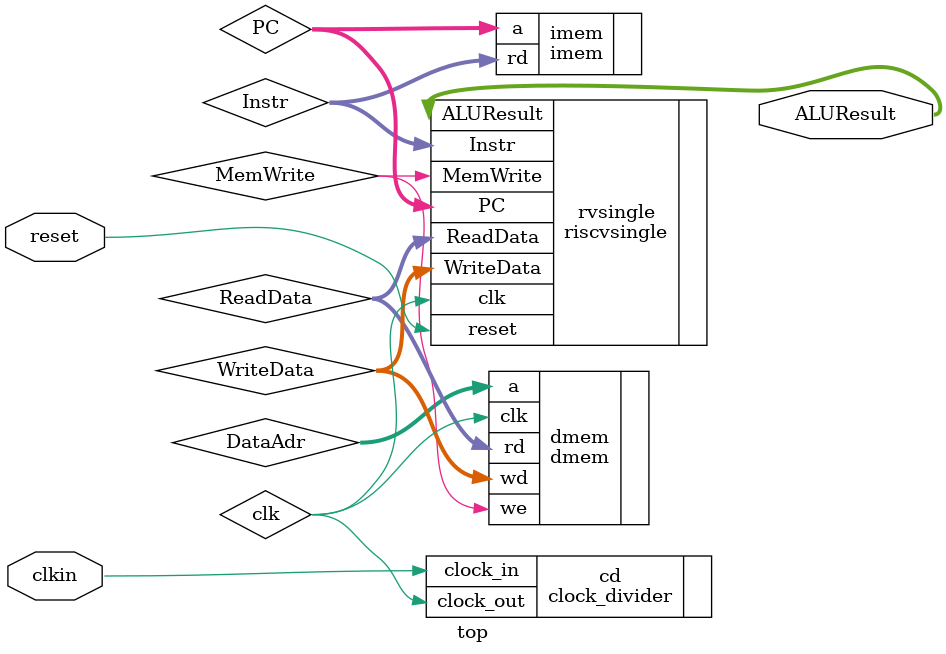
<source format=v>
`timescale 1ns / 1ps

//    // Internal signals
//    wire [31:0] PC;
//    wire [31:0] Instr;
//    wire [31:0] ReadData;
//    wire [31:0] ALUResult;
//    wire clk_1Hz;  // Slow clock for display updates

//    // ✅ Instantiate Clock Divider (Generates 1 Hz Clock)
//    clock_divider clk_div (
//        .clk(clk),      // 100 MHz input clock
//        .reset(reset),  // Reset signal
//        .clk_out(clk_1Hz) // 1 Hz output clock
//    );

//    // ✅ Instantiate RISC-V Processor
//    riscvsingle rvsingle (
//        .clk(clk),
//        .reset(reset),
//        .PC(PC),
//        .Instr(Instr),
//        .MemWrite(),    // Removed from top module I/O
//        .ALUResult(ALUResult),
//        .WriteData(),   // Removed from top module I/O
//        .ReadData(ReadData)
//    );

//    // ✅ Instantiate Instruction Memory
//    imem imem (
//        .a(PC),  
//        .rd(Instr)
//    );

//    // ✅ Instantiate Data Memory
//    dmem dmem (
//        .clk(clk),
//        .we(),  // Removed from top module I/O
//        .a(ALUResult),
//        .wd(),
//        .rd(ReadData)
//    );

//    // ✅ Assign ALUResult[7:0] to LEDs
//    assign led = ALUResult[7:0];

//    // ✅ Instantiate 7-Segment Display (Uses Slower 1 Hz Clock)
//    display pc_display (
//        .clk(clk_1Hz),  // Slow 1 Hz clock for stable display
//        .PC(PC),
//        .seg(seg),
//        .an(an)
//    );

//endmodule


//module top(
//    input  wire        clk,
//    input  wire        reset,
//    output wire [31:0] WriteData,
//    output wire [31:0] DataAdr,
//    output wire        MemWrite
//);
//    // Internal signals
//    wire [31:0] PC;
//    wire [31:0] Instr;
//    wire [31:0] ReadData;

//    // Instantiate the RISC-V single-cycle processor
//    riscvsingle rvsingle (
//        .clk(clk),
//        .reset(reset),
//        .PC(PC),
//        .Instr(Instr),
//        .MemWrite(MemWrite),
//        .ALUResult(DataAdr),
//        .WriteData(WriteData),
//        .ReadData(ReadData)
//    );

//    // Instantiate instruction memory
//    imem imem (
//        .a(PC[31:0]),  // Word-aligned addressing
//        .rd(Instr)
//    );

//    // Instantiate data memory
//    dmem dmem (
//        .clk(clk),
//        .we(MemWrite),
//        .a(DataAdr),
//        .wd(WriteData),
//        .rd(ReadData)
//    );
          
//endmodule

//module top(
//    input  wire        clk,
//    input  wire        reset,
//    output wire [31:0] WriteData,
//    output wire [31:0] DataAdr,
//    output wire [31:0] ALUResult, // Added ALUResult as an output
//    output wire        MemWrite
//);
//    // Internal signals
//    wire [31:0] PC;
//    wire [31:0] Instr;
//    wire [31:0] ReadData;

//    // Instantiate the RISC-V single-cycle processor
//    riscvsingle rvsingle (
//        .clk(clk),
//        .reset(reset),
//        .PC(PC),
//        .Instr(Instr),
//        .MemWrite(MemWrite),
//        .ALUResult(ALUResult), // Explicitly connecting ALUResult to output
//        .WriteData(WriteData),
//        .ReadData(ReadData)
//    );

//    // Instantiate instruction memory
//    imem imem (
//        .a(PC[31:0]),  // Word-aligned addressing
//        .rd(Instr)
//    );

//    // Instantiate data memory
//    dmem dmem (
//        .clk(clk),
//        .we(MemWrite),
//        .a(DataAdr),
//        .wd(WriteData),
//        .rd(ReadData)
//    );

//    // Ensure DataAdr is correctly connected to ALUResult
//    assign DataAdr = ALUResult;
          
//endmodule
module top(
    input  wire        clkin,
    input  wire        reset,
//    output wire [31:0] WriteData,
//    output wire [31:0] DataAdr,
    output wire [7:0] ALUResult // Added ALUResult as an output
//    output wire        MemWrite
);
    // Internal signals
    wire [31:0] PC;
    wire [31:0] Instr;
    wire [31:0] ReadData;
    wire [31:0] WriteData,DataAdr;
    wire  MemWrite;


    // Instantiate the RISC-V single-cycle processor
    riscvsingle rvsingle (
        .clk(clk),
        .reset(reset),
        .PC(PC),
        .Instr(Instr),
        .MemWrite(MemWrite),
        .ALUResult(ALUResult), // Explicitly connecting ALUResult to output
        .WriteData(WriteData),
        .ReadData(ReadData)
    );

    // Instantiate instruction memory
    imem imem (
        .a(PC[31:0]),  // Word-aligned addressing
        .rd(Instr)
    );

    // Instantiate data memory
    dmem dmem (
        .clk(clk),
        .we(MemWrite),
        .a(DataAdr),
        .wd(WriteData),
        .rd(ReadData)
    );
    
     clock_divider  cd(
     .clock_in(clkin),
     .clock_out(clk));
        
    // Ensure DataAdr is correctly connected to ALUResult
//    assign DataAdr = ALUResult;
          
endmodule


</source>
